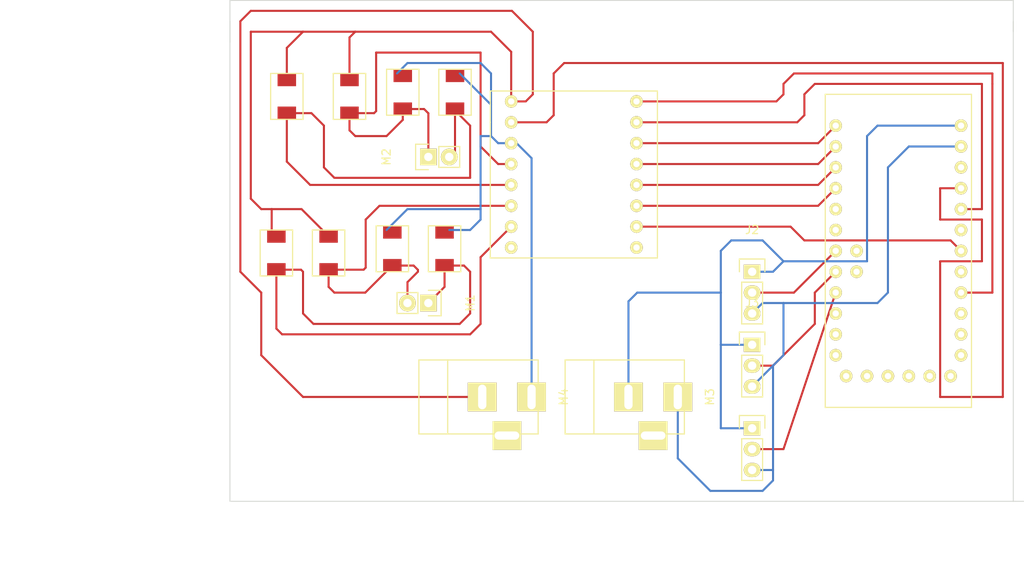
<source format=kicad_pcb>
(kicad_pcb (version 4) (host pcbnew 4.0.2-stable)

  (general
    (links 42)
    (no_connects 5)
    (area 116.789999 96.469999 213.410001 154.990001)
    (thickness 1.6)
    (drawings 12)
    (tracks 195)
    (zones 0)
    (modules 17)
    (nets 40)
  )

  (page A4)
  (layers
    (0 F.Cu signal)
    (31 B.Cu signal)
    (32 B.Adhes user)
    (33 F.Adhes user)
    (34 B.Paste user)
    (35 F.Paste user)
    (36 B.SilkS user)
    (37 F.SilkS user)
    (38 B.Mask user)
    (39 F.Mask user)
    (40 Dwgs.User user)
    (41 Cmts.User user)
    (42 Eco1.User user)
    (43 Eco2.User user)
    (44 Edge.Cuts user)
    (45 Margin user)
    (46 B.CrtYd user)
    (47 F.CrtYd user)
    (48 B.Fab user)
    (49 F.Fab user)
  )

  (setup
    (last_trace_width 0.25)
    (trace_clearance 0.2)
    (zone_clearance 0.508)
    (zone_45_only no)
    (trace_min 0.2)
    (segment_width 0.2)
    (edge_width 0.1)
    (via_size 0.6)
    (via_drill 0.4)
    (via_min_size 0.4)
    (via_min_drill 0.3)
    (uvia_size 0.3)
    (uvia_drill 0.1)
    (uvias_allowed no)
    (uvia_min_size 0.2)
    (uvia_min_drill 0.1)
    (pcb_text_width 0.3)
    (pcb_text_size 1.5 1.5)
    (mod_edge_width 0.15)
    (mod_text_size 1 1)
    (mod_text_width 0.15)
    (pad_size 1.5 1.5)
    (pad_drill 0.6)
    (pad_to_mask_clearance 0)
    (aux_axis_origin 0 0)
    (visible_elements 7FFFFFFF)
    (pcbplotparams
      (layerselection 0x00030_80000001)
      (usegerberextensions false)
      (excludeedgelayer true)
      (linewidth 0.100000)
      (plotframeref false)
      (viasonmask false)
      (mode 1)
      (useauxorigin false)
      (hpglpennumber 1)
      (hpglpenspeed 20)
      (hpglpendiameter 15)
      (hpglpenoverlay 2)
      (psnegative false)
      (psa4output false)
      (plotreference true)
      (plotvalue true)
      (plotinvisibletext false)
      (padsonsilk false)
      (subtractmaskfromsilk false)
      (outputformat 1)
      (mirror false)
      (drillshape 1)
      (scaleselection 1)
      (outputdirectory ""))
  )

  (net 0 "")
  (net 1 +3V3)
  (net 2 /B01_W)
  (net 3 GND)
  (net 4 /B02_W)
  (net 5 /A01_W)
  (net 6 /A02_W)
  (net 7 /AIN1_W)
  (net 8 /STBY_W)
  (net 9 /BIN1_W)
  (net 10 /BIN2_W)
  (net 11 "Net-(J1-Pad13)")
  (net 12 "Net-(J1-Pad19)")
  (net 13 /DIST_SIGNAL)
  (net 14 /LEFT_SIGNAL)
  (net 15 /RIGHT_SIGNAL)
  (net 16 "Net-(J1-Pad23)")
  (net 17 "Net-(J1-Pad24)")
  (net 18 "Net-(J1-Pad25)")
  (net 19 "Net-(J1-Pad26)")
  (net 20 "Net-(J1-Pad27)")
  (net 21 +6V)
  (net 22 "Net-(J1-Pad15)")
  (net 23 /V_LOGIC)
  (net 24 /AIN2_W)
  (net 25 "Net-(J1-Pad6)")
  (net 26 /PWMB_W)
  (net 27 "Net-(J1-Pad4)")
  (net 28 /PWMA_W)
  (net 29 "Net-(J1-Pad35)")
  (net 30 "Net-(J1-Pad34)")
  (net 31 "Net-(J1-Pad1)")
  (net 32 "Net-(J1-Pad33)")
  (net 33 "Net-(J1-Pad32)")
  (net 34 "Net-(J1-Pad31)")
  (net 35 "Net-(J1-Pad30)")
  (net 36 "Net-(J1-Pad29)")
  (net 37 "Net-(J1-Pad28)")
  (net 38 "Net-(U1-Pad8)")
  (net 39 "Net-(U1-Pad16)")

  (net_class Default "This is the default net class."
    (clearance 0.2)
    (trace_width 0.25)
    (via_dia 0.6)
    (via_drill 0.4)
    (uvia_dia 0.3)
    (uvia_drill 0.1)
    (add_net +3V3)
    (add_net +6V)
    (add_net /A01_W)
    (add_net /A02_W)
    (add_net /AIN1_W)
    (add_net /AIN2_W)
    (add_net /B01_W)
    (add_net /B02_W)
    (add_net /BIN1_W)
    (add_net /BIN2_W)
    (add_net /DIST_SIGNAL)
    (add_net /LEFT_SIGNAL)
    (add_net /PWMA_W)
    (add_net /PWMB_W)
    (add_net /RIGHT_SIGNAL)
    (add_net /STBY_W)
    (add_net /V_LOGIC)
    (add_net GND)
    (add_net "Net-(J1-Pad1)")
    (add_net "Net-(J1-Pad13)")
    (add_net "Net-(J1-Pad15)")
    (add_net "Net-(J1-Pad19)")
    (add_net "Net-(J1-Pad23)")
    (add_net "Net-(J1-Pad24)")
    (add_net "Net-(J1-Pad25)")
    (add_net "Net-(J1-Pad26)")
    (add_net "Net-(J1-Pad27)")
    (add_net "Net-(J1-Pad28)")
    (add_net "Net-(J1-Pad29)")
    (add_net "Net-(J1-Pad30)")
    (add_net "Net-(J1-Pad31)")
    (add_net "Net-(J1-Pad32)")
    (add_net "Net-(J1-Pad33)")
    (add_net "Net-(J1-Pad34)")
    (add_net "Net-(J1-Pad35)")
    (add_net "Net-(J1-Pad4)")
    (add_net "Net-(J1-Pad6)")
    (add_net "Net-(U1-Pad16)")
    (add_net "Net-(U1-Pad8)")
  )

  (module ArduinoFootprints:S1BB_rectifier_diode (layer F.Cu) (tedit 57882112) (tstamp 578828EF)
    (at 124.46 121.92 270)
    (path /5781B30D)
    (fp_text reference D1 (at 2.54 5.58 270) (layer F.SilkS) hide
      (effects (font (size 1 1) (thickness 0.15)))
    )
    (fp_text value D_Small (at 3.81 -1.77 270) (layer F.Fab)
      (effects (font (size 1 1) (thickness 0.15)))
    )
    (fp_line (start 0 0) (end 5.59 0) (layer F.SilkS) (width 0.15))
    (fp_line (start 5.59 0) (end 5.59 3.94) (layer F.SilkS) (width 0.15))
    (fp_line (start 5.59 3.94) (end 0 3.94) (layer F.SilkS) (width 0.15))
    (fp_line (start 0 3.94) (end 0 0) (layer F.SilkS) (width 0.15))
    (pad 1 smd rect (at 0.75 1.97 270) (size 1.6 2.25) (layers F.Cu F.Paste F.Mask)
      (net 1 +3V3))
    (pad 2 smd rect (at 4.83 1.97 270) (size 1.6 2.25) (layers F.Cu F.Paste F.Mask)
      (net 2 /B01_W))
  )

  (module ArduinoFootprints:S1BB_rectifier_diode (layer F.Cu) (tedit 57882112) (tstamp 578828F9)
    (at 140.97 127 90)
    (path /5781B3C5)
    (fp_text reference D2 (at 2.54 5.58 90) (layer F.SilkS) hide
      (effects (font (size 1 1) (thickness 0.15)))
    )
    (fp_text value D_Small (at 3.81 -1.77 90) (layer F.Fab)
      (effects (font (size 1 1) (thickness 0.15)))
    )
    (fp_line (start 0 0) (end 5.59 0) (layer F.SilkS) (width 0.15))
    (fp_line (start 5.59 0) (end 5.59 3.94) (layer F.SilkS) (width 0.15))
    (fp_line (start 5.59 3.94) (end 0 3.94) (layer F.SilkS) (width 0.15))
    (fp_line (start 0 3.94) (end 0 0) (layer F.SilkS) (width 0.15))
    (pad 1 smd rect (at 0.75 1.97 90) (size 1.6 2.25) (layers F.Cu F.Paste F.Mask)
      (net 2 /B01_W))
    (pad 2 smd rect (at 4.83 1.97 90) (size 1.6 2.25) (layers F.Cu F.Paste F.Mask)
      (net 3 GND))
  )

  (module ArduinoFootprints:S1BB_rectifier_diode (layer F.Cu) (tedit 57882112) (tstamp 57882903)
    (at 130.81 121.92 270)
    (path /5781B35A)
    (fp_text reference D3 (at 2.54 5.58 270) (layer F.SilkS) hide
      (effects (font (size 1 1) (thickness 0.15)))
    )
    (fp_text value D_Small (at 3.81 -1.77 270) (layer F.Fab)
      (effects (font (size 1 1) (thickness 0.15)))
    )
    (fp_line (start 0 0) (end 5.59 0) (layer F.SilkS) (width 0.15))
    (fp_line (start 5.59 0) (end 5.59 3.94) (layer F.SilkS) (width 0.15))
    (fp_line (start 5.59 3.94) (end 0 3.94) (layer F.SilkS) (width 0.15))
    (fp_line (start 0 3.94) (end 0 0) (layer F.SilkS) (width 0.15))
    (pad 1 smd rect (at 0.75 1.97 270) (size 1.6 2.25) (layers F.Cu F.Paste F.Mask)
      (net 1 +3V3))
    (pad 2 smd rect (at 4.83 1.97 270) (size 1.6 2.25) (layers F.Cu F.Paste F.Mask)
      (net 4 /B02_W))
  )

  (module ArduinoFootprints:S1BB_rectifier_diode (layer F.Cu) (tedit 57882112) (tstamp 5788290D)
    (at 134.62 127 90)
    (path /5781B3EE)
    (fp_text reference D4 (at 2.54 5.58 90) (layer F.SilkS) hide
      (effects (font (size 1 1) (thickness 0.15)))
    )
    (fp_text value D_Small (at 3.81 -1.77 90) (layer F.Fab)
      (effects (font (size 1 1) (thickness 0.15)))
    )
    (fp_line (start 0 0) (end 5.59 0) (layer F.SilkS) (width 0.15))
    (fp_line (start 5.59 0) (end 5.59 3.94) (layer F.SilkS) (width 0.15))
    (fp_line (start 5.59 3.94) (end 0 3.94) (layer F.SilkS) (width 0.15))
    (fp_line (start 0 3.94) (end 0 0) (layer F.SilkS) (width 0.15))
    (pad 1 smd rect (at 0.75 1.97 90) (size 1.6 2.25) (layers F.Cu F.Paste F.Mask)
      (net 4 /B02_W))
    (pad 2 smd rect (at 4.83 1.97 90) (size 1.6 2.25) (layers F.Cu F.Paste F.Mask)
      (net 3 GND))
  )

  (module ArduinoFootprints:S1BB_rectifier_diode (layer F.Cu) (tedit 57882112) (tstamp 57882917)
    (at 133.35 102.87 270)
    (path /5781B43A)
    (fp_text reference D5 (at 2.54 5.58 270) (layer F.SilkS) hide
      (effects (font (size 1 1) (thickness 0.15)))
    )
    (fp_text value D_Small (at 3.81 -1.77 270) (layer F.Fab)
      (effects (font (size 1 1) (thickness 0.15)))
    )
    (fp_line (start 0 0) (end 5.59 0) (layer F.SilkS) (width 0.15))
    (fp_line (start 5.59 0) (end 5.59 3.94) (layer F.SilkS) (width 0.15))
    (fp_line (start 5.59 3.94) (end 0 3.94) (layer F.SilkS) (width 0.15))
    (fp_line (start 0 3.94) (end 0 0) (layer F.SilkS) (width 0.15))
    (pad 1 smd rect (at 0.75 1.97 270) (size 1.6 2.25) (layers F.Cu F.Paste F.Mask)
      (net 1 +3V3))
    (pad 2 smd rect (at 4.83 1.97 270) (size 1.6 2.25) (layers F.Cu F.Paste F.Mask)
      (net 5 /A01_W))
  )

  (module ArduinoFootprints:S1BB_rectifier_diode (layer F.Cu) (tedit 57882112) (tstamp 57882921)
    (at 135.89 107.95 90)
    (path /5781B482)
    (fp_text reference D6 (at 2.54 5.58 90) (layer F.SilkS) hide
      (effects (font (size 1 1) (thickness 0.15)))
    )
    (fp_text value D_Small (at 3.81 -1.77 90) (layer F.Fab)
      (effects (font (size 1 1) (thickness 0.15)))
    )
    (fp_line (start 0 0) (end 5.59 0) (layer F.SilkS) (width 0.15))
    (fp_line (start 5.59 0) (end 5.59 3.94) (layer F.SilkS) (width 0.15))
    (fp_line (start 5.59 3.94) (end 0 3.94) (layer F.SilkS) (width 0.15))
    (fp_line (start 0 3.94) (end 0 0) (layer F.SilkS) (width 0.15))
    (pad 1 smd rect (at 0.75 1.97 90) (size 1.6 2.25) (layers F.Cu F.Paste F.Mask)
      (net 5 /A01_W))
    (pad 2 smd rect (at 4.83 1.97 90) (size 1.6 2.25) (layers F.Cu F.Paste F.Mask)
      (net 3 GND))
  )

  (module ArduinoFootprints:S1BB_rectifier_diode (layer F.Cu) (tedit 57882112) (tstamp 5788292B)
    (at 125.73 102.87 270)
    (path /5781B419)
    (fp_text reference D7 (at 2.54 5.58 270) (layer F.SilkS) hide
      (effects (font (size 1 1) (thickness 0.15)))
    )
    (fp_text value D_Small (at 3.81 -1.77 270) (layer F.Fab)
      (effects (font (size 1 1) (thickness 0.15)))
    )
    (fp_line (start 0 0) (end 5.59 0) (layer F.SilkS) (width 0.15))
    (fp_line (start 5.59 0) (end 5.59 3.94) (layer F.SilkS) (width 0.15))
    (fp_line (start 5.59 3.94) (end 0 3.94) (layer F.SilkS) (width 0.15))
    (fp_line (start 0 3.94) (end 0 0) (layer F.SilkS) (width 0.15))
    (pad 1 smd rect (at 0.75 1.97 270) (size 1.6 2.25) (layers F.Cu F.Paste F.Mask)
      (net 1 +3V3))
    (pad 2 smd rect (at 4.83 1.97 270) (size 1.6 2.25) (layers F.Cu F.Paste F.Mask)
      (net 6 /A02_W))
  )

  (module ArduinoFootprints:S1BB_rectifier_diode (layer F.Cu) (tedit 57882112) (tstamp 57882935)
    (at 142.24 107.95 90)
    (path /5781B45D)
    (fp_text reference D8 (at 2.54 5.58 90) (layer F.SilkS) hide
      (effects (font (size 1 1) (thickness 0.15)))
    )
    (fp_text value D_Small (at 3.81 -1.77 90) (layer F.Fab)
      (effects (font (size 1 1) (thickness 0.15)))
    )
    (fp_line (start 0 0) (end 5.59 0) (layer F.SilkS) (width 0.15))
    (fp_line (start 5.59 0) (end 5.59 3.94) (layer F.SilkS) (width 0.15))
    (fp_line (start 5.59 3.94) (end 0 3.94) (layer F.SilkS) (width 0.15))
    (fp_line (start 0 3.94) (end 0 0) (layer F.SilkS) (width 0.15))
    (pad 1 smd rect (at 0.75 1.97 90) (size 1.6 2.25) (layers F.Cu F.Paste F.Mask)
      (net 6 /A02_W))
    (pad 2 smd rect (at 4.83 1.97 90) (size 1.6 2.25) (layers F.Cu F.Paste F.Mask)
      (net 3 GND))
  )

  (module ArduinoFootprints:Trinket_Pro_5V (layer F.Cu) (tedit 57827F52) (tstamp 5788295D)
    (at 189.23 105.41)
    (path /578280CB)
    (fp_text reference J1 (at 7.62 -2.04) (layer F.SilkS) hide
      (effects (font (size 1 1) (thickness 0.15)))
    )
    (fp_text value Trinket_Pro_5V (at 6.35 -3.81) (layer F.Fab)
      (effects (font (size 1 1) (thickness 0.15)))
    )
    (fp_line (start 0 0) (end 17.78 0) (layer F.SilkS) (width 0.15))
    (fp_line (start 17.78 0) (end 17.78 38.1) (layer F.SilkS) (width 0.15))
    (fp_line (start 17.78 38.1) (end 0 38.1) (layer F.SilkS) (width 0.15))
    (fp_line (start 0 38.1) (end 0 0) (layer F.SilkS) (width 0.15))
    (pad 9 thru_hole circle (at 1.27 3.81) (size 1.524 1.524) (drill 0.762) (layers *.Cu *.Mask F.SilkS)
      (net 7 /AIN1_W))
    (pad 10 thru_hole circle (at 1.27 6.35) (size 1.524 1.524) (drill 0.762) (layers *.Cu *.Mask F.SilkS)
      (net 8 /STBY_W))
    (pad 11 thru_hole circle (at 1.27 8.89) (size 1.524 1.524) (drill 0.762) (layers *.Cu *.Mask F.SilkS)
      (net 9 /BIN1_W))
    (pad 12 thru_hole circle (at 1.27 11.43) (size 1.524 1.524) (drill 0.762) (layers *.Cu *.Mask F.SilkS)
      (net 10 /BIN2_W))
    (pad 13 thru_hole circle (at 1.27 13.97) (size 1.524 1.524) (drill 0.762) (layers *.Cu *.Mask F.SilkS)
      (net 11 "Net-(J1-Pad13)"))
    (pad 19 thru_hole circle (at 1.27 16.51) (size 1.524 1.524) (drill 0.762) (layers *.Cu *.Mask F.SilkS)
      (net 12 "Net-(J1-Pad19)"))
    (pad 20 thru_hole circle (at 1.27 19.05) (size 1.524 1.524) (drill 0.762) (layers *.Cu *.Mask F.SilkS)
      (net 13 /DIST_SIGNAL))
    (pad 21 thru_hole circle (at 1.27 21.59) (size 1.524 1.524) (drill 0.762) (layers *.Cu *.Mask F.SilkS)
      (net 14 /LEFT_SIGNAL))
    (pad 22 thru_hole circle (at 1.27 24.13) (size 1.524 1.524) (drill 0.762) (layers *.Cu *.Mask F.SilkS)
      (net 15 /RIGHT_SIGNAL))
    (pad 23 thru_hole circle (at 1.27 26.67) (size 1.524 1.524) (drill 0.762) (layers *.Cu *.Mask F.SilkS)
      (net 16 "Net-(J1-Pad23)"))
    (pad 24 thru_hole circle (at 1.27 29.21) (size 1.524 1.524) (drill 0.762) (layers *.Cu *.Mask F.SilkS)
      (net 17 "Net-(J1-Pad24)"))
    (pad 25 thru_hole circle (at 1.27 31.75) (size 1.524 1.524) (drill 0.762) (layers *.Cu *.Mask F.SilkS)
      (net 18 "Net-(J1-Pad25)"))
    (pad 26 thru_hole circle (at 3.81 19.05) (size 1.524 1.524) (drill 0.762) (layers *.Cu *.Mask F.SilkS)
      (net 19 "Net-(J1-Pad26)"))
    (pad 27 thru_hole circle (at 3.81 21.59) (size 1.524 1.524) (drill 0.762) (layers *.Cu *.Mask F.SilkS)
      (net 20 "Net-(J1-Pad27)"))
    (pad 17 thru_hole circle (at 16.51 3.81) (size 1.524 1.524) (drill 0.762) (layers *.Cu *.Mask F.SilkS)
      (net 21 +6V))
    (pad 16 thru_hole circle (at 16.51 6.35) (size 1.524 1.524) (drill 0.762) (layers *.Cu *.Mask F.SilkS)
      (net 3 GND))
    (pad 15 thru_hole circle (at 16.51 8.89) (size 1.524 1.524) (drill 0.762) (layers *.Cu *.Mask F.SilkS)
      (net 22 "Net-(J1-Pad15)"))
    (pad 14 thru_hole circle (at 16.51 11.43) (size 1.524 1.524) (drill 0.762) (layers *.Cu *.Mask F.SilkS)
      (net 23 /V_LOGIC))
    (pad 8 thru_hole circle (at 16.51 13.97) (size 1.524 1.524) (drill 0.762) (layers *.Cu *.Mask F.SilkS)
      (net 24 /AIN2_W))
    (pad 6 thru_hole circle (at 16.51 16.51) (size 1.524 1.524) (drill 0.762) (layers *.Cu *.Mask F.SilkS)
      (net 25 "Net-(J1-Pad6)"))
    (pad 5 thru_hole circle (at 16.51 19.05) (size 1.524 1.524) (drill 0.762) (layers *.Cu *.Mask F.SilkS)
      (net 26 /PWMB_W))
    (pad 4 thru_hole circle (at 16.51 21.59) (size 1.524 1.524) (drill 0.762) (layers *.Cu *.Mask F.SilkS)
      (net 27 "Net-(J1-Pad4)"))
    (pad 3 thru_hole circle (at 16.51 24.13) (size 1.524 1.524) (drill 0.762) (layers *.Cu *.Mask F.SilkS)
      (net 28 /PWMA_W))
    (pad 35 thru_hole circle (at 16.51 26.67) (size 1.524 1.524) (drill 0.762) (layers *.Cu *.Mask F.SilkS)
      (net 29 "Net-(J1-Pad35)"))
    (pad 34 thru_hole circle (at 16.51 29.21) (size 1.524 1.524) (drill 0.762) (layers *.Cu *.Mask F.SilkS)
      (net 30 "Net-(J1-Pad34)"))
    (pad 1 thru_hole circle (at 16.51 31.75) (size 1.524 1.524) (drill 0.762) (layers *.Cu *.Mask F.SilkS)
      (net 31 "Net-(J1-Pad1)"))
    (pad 33 thru_hole circle (at 15.24 34.29) (size 1.524 1.524) (drill 0.762) (layers *.Cu *.Mask F.SilkS)
      (net 32 "Net-(J1-Pad33)"))
    (pad 32 thru_hole circle (at 12.7 34.29) (size 1.524 1.524) (drill 0.762) (layers *.Cu *.Mask F.SilkS)
      (net 33 "Net-(J1-Pad32)"))
    (pad 31 thru_hole circle (at 10.16 34.29) (size 1.524 1.524) (drill 0.762) (layers *.Cu *.Mask F.SilkS)
      (net 34 "Net-(J1-Pad31)"))
    (pad 30 thru_hole circle (at 7.62 34.29) (size 1.524 1.524) (drill 0.762) (layers *.Cu *.Mask F.SilkS)
      (net 35 "Net-(J1-Pad30)"))
    (pad 29 thru_hole circle (at 5.08 34.29) (size 1.524 1.524) (drill 0.762) (layers *.Cu *.Mask F.SilkS)
      (net 36 "Net-(J1-Pad29)"))
    (pad 28 thru_hole circle (at 2.54 34.29) (size 1.524 1.524) (drill 0.762) (layers *.Cu *.Mask F.SilkS)
      (net 37 "Net-(J1-Pad28)"))
  )

  (module Pin_Headers:Pin_Header_Straight_1x03 (layer F.Cu) (tedit 0) (tstamp 57882964)
    (at 180.34 127)
    (descr "Through hole pin header")
    (tags "pin header")
    (path /57829615)
    (fp_text reference J2 (at 0 -5.1) (layer F.SilkS)
      (effects (font (size 1 1) (thickness 0.15)))
    )
    (fp_text value SENSOR_CONN (at 0 -3.1) (layer F.Fab)
      (effects (font (size 1 1) (thickness 0.15)))
    )
    (fp_line (start -1.75 -1.75) (end -1.75 6.85) (layer F.CrtYd) (width 0.05))
    (fp_line (start 1.75 -1.75) (end 1.75 6.85) (layer F.CrtYd) (width 0.05))
    (fp_line (start -1.75 -1.75) (end 1.75 -1.75) (layer F.CrtYd) (width 0.05))
    (fp_line (start -1.75 6.85) (end 1.75 6.85) (layer F.CrtYd) (width 0.05))
    (fp_line (start -1.27 1.27) (end -1.27 6.35) (layer F.SilkS) (width 0.15))
    (fp_line (start -1.27 6.35) (end 1.27 6.35) (layer F.SilkS) (width 0.15))
    (fp_line (start 1.27 6.35) (end 1.27 1.27) (layer F.SilkS) (width 0.15))
    (fp_line (start 1.55 -1.55) (end 1.55 0) (layer F.SilkS) (width 0.15))
    (fp_line (start 1.27 1.27) (end -1.27 1.27) (layer F.SilkS) (width 0.15))
    (fp_line (start -1.55 0) (end -1.55 -1.55) (layer F.SilkS) (width 0.15))
    (fp_line (start -1.55 -1.55) (end 1.55 -1.55) (layer F.SilkS) (width 0.15))
    (pad 1 thru_hole rect (at 0 0) (size 2.032 1.7272) (drill 1.016) (layers *.Cu *.Mask F.SilkS)
      (net 21 +6V))
    (pad 2 thru_hole oval (at 0 2.54) (size 2.032 1.7272) (drill 1.016) (layers *.Cu *.Mask F.SilkS)
      (net 13 /DIST_SIGNAL))
    (pad 3 thru_hole oval (at 0 5.08) (size 2.032 1.7272) (drill 1.016) (layers *.Cu *.Mask F.SilkS)
      (net 3 GND))
    (model Pin_Headers.3dshapes/Pin_Header_Straight_1x03.wrl
      (at (xyz 0 -0.1 0))
      (scale (xyz 1 1 1))
      (rotate (xyz 0 0 90))
    )
  )

  (module Pin_Headers:Pin_Header_Straight_1x03 (layer F.Cu) (tedit 0) (tstamp 5788296B)
    (at 180.34 135.89)
    (descr "Through hole pin header")
    (tags "pin header")
    (path /57829670)
    (fp_text reference J3 (at 0 -5.1) (layer F.SilkS)
      (effects (font (size 1 1) (thickness 0.15)))
    )
    (fp_text value SENSOR_CONN (at 0 -3.1) (layer F.Fab)
      (effects (font (size 1 1) (thickness 0.15)))
    )
    (fp_line (start -1.75 -1.75) (end -1.75 6.85) (layer F.CrtYd) (width 0.05))
    (fp_line (start 1.75 -1.75) (end 1.75 6.85) (layer F.CrtYd) (width 0.05))
    (fp_line (start -1.75 -1.75) (end 1.75 -1.75) (layer F.CrtYd) (width 0.05))
    (fp_line (start -1.75 6.85) (end 1.75 6.85) (layer F.CrtYd) (width 0.05))
    (fp_line (start -1.27 1.27) (end -1.27 6.35) (layer F.SilkS) (width 0.15))
    (fp_line (start -1.27 6.35) (end 1.27 6.35) (layer F.SilkS) (width 0.15))
    (fp_line (start 1.27 6.35) (end 1.27 1.27) (layer F.SilkS) (width 0.15))
    (fp_line (start 1.55 -1.55) (end 1.55 0) (layer F.SilkS) (width 0.15))
    (fp_line (start 1.27 1.27) (end -1.27 1.27) (layer F.SilkS) (width 0.15))
    (fp_line (start -1.55 0) (end -1.55 -1.55) (layer F.SilkS) (width 0.15))
    (fp_line (start -1.55 -1.55) (end 1.55 -1.55) (layer F.SilkS) (width 0.15))
    (pad 1 thru_hole rect (at 0 0) (size 2.032 1.7272) (drill 1.016) (layers *.Cu *.Mask F.SilkS)
      (net 21 +6V))
    (pad 2 thru_hole oval (at 0 2.54) (size 2.032 1.7272) (drill 1.016) (layers *.Cu *.Mask F.SilkS)
      (net 14 /LEFT_SIGNAL))
    (pad 3 thru_hole oval (at 0 5.08) (size 2.032 1.7272) (drill 1.016) (layers *.Cu *.Mask F.SilkS)
      (net 3 GND))
    (model Pin_Headers.3dshapes/Pin_Header_Straight_1x03.wrl
      (at (xyz 0 -0.1 0))
      (scale (xyz 1 1 1))
      (rotate (xyz 0 0 90))
    )
  )

  (module Pin_Headers:Pin_Header_Straight_1x03 (layer F.Cu) (tedit 0) (tstamp 57882972)
    (at 180.34 146.05)
    (descr "Through hole pin header")
    (tags "pin header")
    (path /578296DD)
    (fp_text reference J4 (at 0 -5.1) (layer F.SilkS)
      (effects (font (size 1 1) (thickness 0.15)))
    )
    (fp_text value SENSOR_CONN (at 0 -3.1) (layer F.Fab)
      (effects (font (size 1 1) (thickness 0.15)))
    )
    (fp_line (start -1.75 -1.75) (end -1.75 6.85) (layer F.CrtYd) (width 0.05))
    (fp_line (start 1.75 -1.75) (end 1.75 6.85) (layer F.CrtYd) (width 0.05))
    (fp_line (start -1.75 -1.75) (end 1.75 -1.75) (layer F.CrtYd) (width 0.05))
    (fp_line (start -1.75 6.85) (end 1.75 6.85) (layer F.CrtYd) (width 0.05))
    (fp_line (start -1.27 1.27) (end -1.27 6.35) (layer F.SilkS) (width 0.15))
    (fp_line (start -1.27 6.35) (end 1.27 6.35) (layer F.SilkS) (width 0.15))
    (fp_line (start 1.27 6.35) (end 1.27 1.27) (layer F.SilkS) (width 0.15))
    (fp_line (start 1.55 -1.55) (end 1.55 0) (layer F.SilkS) (width 0.15))
    (fp_line (start 1.27 1.27) (end -1.27 1.27) (layer F.SilkS) (width 0.15))
    (fp_line (start -1.55 0) (end -1.55 -1.55) (layer F.SilkS) (width 0.15))
    (fp_line (start -1.55 -1.55) (end 1.55 -1.55) (layer F.SilkS) (width 0.15))
    (pad 1 thru_hole rect (at 0 0) (size 2.032 1.7272) (drill 1.016) (layers *.Cu *.Mask F.SilkS)
      (net 21 +6V))
    (pad 2 thru_hole oval (at 0 2.54) (size 2.032 1.7272) (drill 1.016) (layers *.Cu *.Mask F.SilkS)
      (net 15 /RIGHT_SIGNAL))
    (pad 3 thru_hole oval (at 0 5.08) (size 2.032 1.7272) (drill 1.016) (layers *.Cu *.Mask F.SilkS)
      (net 3 GND))
    (model Pin_Headers.3dshapes/Pin_Header_Straight_1x03.wrl
      (at (xyz 0 -0.1 0))
      (scale (xyz 1 1 1))
      (rotate (xyz 0 0 90))
    )
  )

  (module Pin_Headers:Pin_Header_Straight_1x02 (layer F.Cu) (tedit 54EA090C) (tstamp 57882978)
    (at 140.97 130.81 270)
    (descr "Through hole pin header")
    (tags "pin header")
    (path /5782A5EB)
    (fp_text reference M1 (at 0 -5.1 270) (layer F.SilkS)
      (effects (font (size 1 1) (thickness 0.15)))
    )
    (fp_text value Motor_Connection (at 0 -3.1 270) (layer F.Fab)
      (effects (font (size 1 1) (thickness 0.15)))
    )
    (fp_line (start 1.27 1.27) (end 1.27 3.81) (layer F.SilkS) (width 0.15))
    (fp_line (start 1.55 -1.55) (end 1.55 0) (layer F.SilkS) (width 0.15))
    (fp_line (start -1.75 -1.75) (end -1.75 4.3) (layer F.CrtYd) (width 0.05))
    (fp_line (start 1.75 -1.75) (end 1.75 4.3) (layer F.CrtYd) (width 0.05))
    (fp_line (start -1.75 -1.75) (end 1.75 -1.75) (layer F.CrtYd) (width 0.05))
    (fp_line (start -1.75 4.3) (end 1.75 4.3) (layer F.CrtYd) (width 0.05))
    (fp_line (start 1.27 1.27) (end -1.27 1.27) (layer F.SilkS) (width 0.15))
    (fp_line (start -1.55 0) (end -1.55 -1.55) (layer F.SilkS) (width 0.15))
    (fp_line (start -1.55 -1.55) (end 1.55 -1.55) (layer F.SilkS) (width 0.15))
    (fp_line (start -1.27 1.27) (end -1.27 3.81) (layer F.SilkS) (width 0.15))
    (fp_line (start -1.27 3.81) (end 1.27 3.81) (layer F.SilkS) (width 0.15))
    (pad 1 thru_hole rect (at 0 0 270) (size 2.032 2.032) (drill 1.016) (layers *.Cu *.Mask F.SilkS)
      (net 2 /B01_W))
    (pad 2 thru_hole oval (at 0 2.54 270) (size 2.032 2.032) (drill 1.016) (layers *.Cu *.Mask F.SilkS)
      (net 4 /B02_W))
    (model Pin_Headers.3dshapes/Pin_Header_Straight_1x02.wrl
      (at (xyz 0 -0.05 0))
      (scale (xyz 1 1 1))
      (rotate (xyz 0 0 90))
    )
  )

  (module Pin_Headers:Pin_Header_Straight_1x02 (layer F.Cu) (tedit 54EA090C) (tstamp 5788297E)
    (at 140.97 113.03 90)
    (descr "Through hole pin header")
    (tags "pin header")
    (path /5782A682)
    (fp_text reference M2 (at 0 -5.1 90) (layer F.SilkS)
      (effects (font (size 1 1) (thickness 0.15)))
    )
    (fp_text value Motor_Connection (at 0 -3.1 90) (layer F.Fab)
      (effects (font (size 1 1) (thickness 0.15)))
    )
    (fp_line (start 1.27 1.27) (end 1.27 3.81) (layer F.SilkS) (width 0.15))
    (fp_line (start 1.55 -1.55) (end 1.55 0) (layer F.SilkS) (width 0.15))
    (fp_line (start -1.75 -1.75) (end -1.75 4.3) (layer F.CrtYd) (width 0.05))
    (fp_line (start 1.75 -1.75) (end 1.75 4.3) (layer F.CrtYd) (width 0.05))
    (fp_line (start -1.75 -1.75) (end 1.75 -1.75) (layer F.CrtYd) (width 0.05))
    (fp_line (start -1.75 4.3) (end 1.75 4.3) (layer F.CrtYd) (width 0.05))
    (fp_line (start 1.27 1.27) (end -1.27 1.27) (layer F.SilkS) (width 0.15))
    (fp_line (start -1.55 0) (end -1.55 -1.55) (layer F.SilkS) (width 0.15))
    (fp_line (start -1.55 -1.55) (end 1.55 -1.55) (layer F.SilkS) (width 0.15))
    (fp_line (start -1.27 1.27) (end -1.27 3.81) (layer F.SilkS) (width 0.15))
    (fp_line (start -1.27 3.81) (end 1.27 3.81) (layer F.SilkS) (width 0.15))
    (pad 1 thru_hole rect (at 0 0 90) (size 2.032 2.032) (drill 1.016) (layers *.Cu *.Mask F.SilkS)
      (net 5 /A01_W))
    (pad 2 thru_hole oval (at 0 2.54 90) (size 2.032 2.032) (drill 1.016) (layers *.Cu *.Mask F.SilkS)
      (net 6 /A02_W))
    (model Pin_Headers.3dshapes/Pin_Header_Straight_1x02.wrl
      (at (xyz 0 -0.05 0))
      (scale (xyz 1 1 1))
      (rotate (xyz 0 0 90))
    )
  )

  (module ArduinoFootprints:TB6612FNG_motor_driver (layer F.Cu) (tedit 57828584) (tstamp 57882998)
    (at 148.5011 105.0036)
    (path /5781B5DB)
    (fp_text reference U1 (at 0 -3.31) (layer F.SilkS) hide
      (effects (font (size 1 1) (thickness 0.15)))
    )
    (fp_text value TB6612FNG (at 0 -5.58) (layer F.Fab)
      (effects (font (size 1 1) (thickness 0.15)))
    )
    (fp_line (start 0 3.81) (end 0 0) (layer F.SilkS) (width 0.15))
    (fp_line (start 0 0) (end 20.32 0) (layer F.SilkS) (width 0.15))
    (fp_line (start 20.32 0) (end 20.32 3.81) (layer F.SilkS) (width 0.15))
    (fp_line (start 20.32 3.81) (end 20.32 20.32) (layer F.SilkS) (width 0.15))
    (fp_line (start 20.32 20.32) (end 0 20.32) (layer F.SilkS) (width 0.15))
    (fp_line (start 0 20.32) (end 0 3.81) (layer F.SilkS) (width 0.15))
    (pad 1 thru_hole circle (at 2.54 1.27) (size 1.524 1.524) (drill 0.762) (layers *.Cu *.Mask F.SilkS)
      (net 1 +3V3))
    (pad 2 thru_hole circle (at 2.54 3.81) (size 1.524 1.524) (drill 0.762) (layers *.Cu *.Mask F.SilkS)
      (net 23 /V_LOGIC))
    (pad 3 thru_hole circle (at 2.54 6.35) (size 1.524 1.524) (drill 0.762) (layers *.Cu *.Mask F.SilkS)
      (net 3 GND))
    (pad 4 thru_hole circle (at 2.54 8.89) (size 1.524 1.524) (drill 0.762) (layers *.Cu *.Mask F.SilkS)
      (net 5 /A01_W))
    (pad 5 thru_hole circle (at 2.54 11.43) (size 1.524 1.524) (drill 0.762) (layers *.Cu *.Mask F.SilkS)
      (net 6 /A02_W))
    (pad 6 thru_hole circle (at 2.54 13.97) (size 1.524 1.524) (drill 0.762) (layers *.Cu *.Mask F.SilkS)
      (net 4 /B02_W))
    (pad 7 thru_hole circle (at 2.54 16.51) (size 1.524 1.524) (drill 0.762) (layers *.Cu *.Mask F.SilkS)
      (net 2 /B01_W))
    (pad 8 thru_hole circle (at 2.54 19.05) (size 1.524 1.524) (drill 0.762) (layers *.Cu *.Mask F.SilkS)
      (net 38 "Net-(U1-Pad8)"))
    (pad 9 thru_hole circle (at 17.78 1.27) (size 1.524 1.524) (drill 0.762) (layers *.Cu *.Mask F.SilkS)
      (net 28 /PWMA_W))
    (pad 10 thru_hole circle (at 17.78 3.81) (size 1.524 1.524) (drill 0.762) (layers *.Cu *.Mask F.SilkS)
      (net 24 /AIN2_W))
    (pad 11 thru_hole circle (at 17.78 6.35) (size 1.524 1.524) (drill 0.762) (layers *.Cu *.Mask F.SilkS)
      (net 7 /AIN1_W))
    (pad 12 thru_hole circle (at 17.78 8.89) (size 1.524 1.524) (drill 0.762) (layers *.Cu *.Mask F.SilkS)
      (net 8 /STBY_W))
    (pad 13 thru_hole circle (at 17.78 11.43) (size 1.524 1.524) (drill 0.762) (layers *.Cu *.Mask F.SilkS)
      (net 9 /BIN1_W))
    (pad 14 thru_hole circle (at 17.78 13.97) (size 1.524 1.524) (drill 0.762) (layers *.Cu *.Mask F.SilkS)
      (net 10 /BIN2_W))
    (pad 15 thru_hole circle (at 17.78 16.51) (size 1.524 1.524) (drill 0.762) (layers *.Cu *.Mask F.SilkS)
      (net 26 /PWMB_W))
    (pad 16 thru_hole circle (at 17.78 19.05) (size 1.524 1.524) (drill 0.762) (layers *.Cu *.Mask F.SilkS)
      (net 39 "Net-(U1-Pad16)"))
  )

  (module Connect:BARREL_JACK (layer F.Cu) (tedit 0) (tstamp 57901E0E)
    (at 165.1 142.24)
    (descr "DC Barrel Jack")
    (tags "Power Jack")
    (path /579023DA)
    (fp_text reference M3 (at 10.09904 0 90) (layer F.SilkS)
      (effects (font (size 1 1) (thickness 0.15)))
    )
    (fp_text value Motor_Connection (at 0 -5.99948) (layer F.Fab)
      (effects (font (size 1 1) (thickness 0.15)))
    )
    (fp_line (start -4.0005 -4.50088) (end -4.0005 4.50088) (layer F.SilkS) (width 0.15))
    (fp_line (start -7.50062 -4.50088) (end -7.50062 4.50088) (layer F.SilkS) (width 0.15))
    (fp_line (start -7.50062 4.50088) (end 7.00024 4.50088) (layer F.SilkS) (width 0.15))
    (fp_line (start 7.00024 4.50088) (end 7.00024 -4.50088) (layer F.SilkS) (width 0.15))
    (fp_line (start 7.00024 -4.50088) (end -7.50062 -4.50088) (layer F.SilkS) (width 0.15))
    (pad 1 thru_hole rect (at 6.20014 0) (size 3.50012 3.50012) (drill oval 1.00076 2.99974) (layers *.Cu *.Mask F.SilkS)
      (net 3 GND))
    (pad 2 thru_hole rect (at 0.20066 0) (size 3.50012 3.50012) (drill oval 1.00076 2.99974) (layers *.Cu *.Mask F.SilkS)
      (net 21 +6V))
    (pad 3 thru_hole rect (at 3.2004 4.699) (size 3.50012 3.50012) (drill oval 2.99974 1.00076) (layers *.Cu *.Mask F.SilkS))
  )

  (module Connect:BARREL_JACK (layer F.Cu) (tedit 0) (tstamp 57901E15)
    (at 147.32 142.24)
    (descr "DC Barrel Jack")
    (tags "Power Jack")
    (path /5790242B)
    (fp_text reference M4 (at 10.09904 0 90) (layer F.SilkS)
      (effects (font (size 1 1) (thickness 0.15)))
    )
    (fp_text value Motor_Connection (at 0 -5.99948) (layer F.Fab)
      (effects (font (size 1 1) (thickness 0.15)))
    )
    (fp_line (start -4.0005 -4.50088) (end -4.0005 4.50088) (layer F.SilkS) (width 0.15))
    (fp_line (start -7.50062 -4.50088) (end -7.50062 4.50088) (layer F.SilkS) (width 0.15))
    (fp_line (start -7.50062 4.50088) (end 7.00024 4.50088) (layer F.SilkS) (width 0.15))
    (fp_line (start 7.00024 4.50088) (end 7.00024 -4.50088) (layer F.SilkS) (width 0.15))
    (fp_line (start 7.00024 -4.50088) (end -7.50062 -4.50088) (layer F.SilkS) (width 0.15))
    (pad 1 thru_hole rect (at 6.20014 0) (size 3.50012 3.50012) (drill oval 1.00076 2.99974) (layers *.Cu *.Mask F.SilkS)
      (net 3 GND))
    (pad 2 thru_hole rect (at 0.20066 0) (size 3.50012 3.50012) (drill oval 1.00076 2.99974) (layers *.Cu *.Mask F.SilkS)
      (net 1 +3V3))
    (pad 3 thru_hole rect (at 3.2004 4.699) (size 3.50012 3.50012) (drill oval 2.99974 1.00076) (layers *.Cu *.Mask F.SilkS))
  )

  (gr_line (start 212.09 93.98) (end 212.09 97.79) (angle 90) (layer Edge.Cuts) (width 0.1))
  (gr_line (start 116.84 93.98) (end 212.09 93.98) (angle 90) (layer Edge.Cuts) (width 0.1))
  (gr_line (start 116.84 96.52) (end 116.84 93.98) (angle 90) (layer Edge.Cuts) (width 0.1))
  (dimension 95.25 (width 0.3) (layer Cmts.User)
    (gr_text "3.7500 in" (at 164.465 158.829999) (layer Cmts.User)
      (effects (font (size 1.5 1.5) (thickness 0.3)))
    )
    (feature1 (pts (xy 212.09 154.94) (xy 212.09 160.179999)))
    (feature2 (pts (xy 116.84 154.94) (xy 116.84 160.179999)))
    (crossbar (pts (xy 116.84 157.479999) (xy 212.09 157.479999)))
    (arrow1a (pts (xy 212.09 157.479999) (xy 210.963496 158.06642)))
    (arrow1b (pts (xy 212.09 157.479999) (xy 210.963496 156.893578)))
    (arrow2a (pts (xy 116.84 157.479999) (xy 117.966504 158.06642)))
    (arrow2b (pts (xy 116.84 157.479999) (xy 117.966504 156.893578)))
  )
  (dimension 95.25 (width 0.3) (layer Cmts.User)
    (gr_text "95.250 mm" (at 164.465 163.91) (layer Cmts.User)
      (effects (font (size 1.5 1.5) (thickness 0.3)))
    )
    (feature1 (pts (xy 212.09 154.94) (xy 212.09 165.26)))
    (feature2 (pts (xy 116.84 154.94) (xy 116.84 165.26)))
    (crossbar (pts (xy 116.84 162.56) (xy 212.09 162.56)))
    (arrow1a (pts (xy 212.09 162.56) (xy 210.963496 163.146421)))
    (arrow1b (pts (xy 212.09 162.56) (xy 210.963496 161.973579)))
    (arrow2a (pts (xy 116.84 162.56) (xy 117.966504 163.146421)))
    (arrow2b (pts (xy 116.84 162.56) (xy 117.966504 161.973579)))
  )
  (gr_line (start 212.09 96.52) (end 212.09 154.94) (angle 90) (layer Edge.Cuts) (width 0.1))
  (gr_line (start 116.84 99.06) (end 116.84 96.52) (angle 90) (layer Edge.Cuts) (width 0.1))
  (gr_line (start 212.09 154.94) (end 213.36 154.94) (angle 90) (layer Edge.Cuts) (width 0.1))
  (gr_line (start 116.84 154.94) (end 212.09 154.94) (angle 90) (layer Edge.Cuts) (width 0.1))
  (dimension 58.42 (width 0.3) (layer Cmts.User)
    (gr_text "58.420 mm" (at 95.17 125.73 270) (layer Cmts.User)
      (effects (font (size 1.5 1.5) (thickness 0.3)))
    )
    (feature1 (pts (xy 116.84 154.94) (xy 93.82 154.94)))
    (feature2 (pts (xy 116.84 96.52) (xy 93.82 96.52)))
    (crossbar (pts (xy 96.52 96.52) (xy 96.52 154.94)))
    (arrow1a (pts (xy 96.52 154.94) (xy 95.933579 153.813496)))
    (arrow1b (pts (xy 96.52 154.94) (xy 97.106421 153.813496)))
    (arrow2a (pts (xy 96.52 96.52) (xy 95.933579 97.646504)))
    (arrow2b (pts (xy 96.52 96.52) (xy 97.106421 97.646504)))
  )
  (dimension 58.42 (width 0.3) (layer Cmts.User)
    (gr_text "2.3000 in" (at 102.79 125.73 90) (layer Cmts.User)
      (effects (font (size 1.5 1.5) (thickness 0.3)))
    )
    (feature1 (pts (xy 116.84 96.52) (xy 101.44 96.52)))
    (feature2 (pts (xy 116.84 154.94) (xy 101.44 154.94)))
    (crossbar (pts (xy 104.14 154.94) (xy 104.14 96.52)))
    (arrow1a (pts (xy 104.14 96.52) (xy 104.726421 97.646504)))
    (arrow1b (pts (xy 104.14 96.52) (xy 103.553579 97.646504)))
    (arrow2a (pts (xy 104.14 154.94) (xy 104.726421 153.813496)))
    (arrow2b (pts (xy 104.14 154.94) (xy 103.553579 153.813496)))
  )
  (gr_line (start 116.84 96.52) (end 116.84 154.94) (angle 90) (layer Edge.Cuts) (width 0.1))

  (segment (start 151.0411 106.2736) (end 152.8064 106.2736) (width 0.25) (layer F.Cu) (net 1) (status 400000))
  (segment (start 125.73 142.24) (end 147.52066 142.24) (width 0.25) (layer F.Cu) (net 1) (tstamp 57901EB1) (status 800000))
  (segment (start 120.65 137.16) (end 125.73 142.24) (width 0.25) (layer F.Cu) (net 1) (tstamp 57901EAF))
  (segment (start 120.65 129.54) (end 120.65 137.16) (width 0.25) (layer F.Cu) (net 1) (tstamp 57901EAA))
  (segment (start 118.11 127) (end 120.65 129.54) (width 0.25) (layer F.Cu) (net 1) (tstamp 57901EA9))
  (segment (start 118.11 96.52) (end 118.11 127) (width 0.25) (layer F.Cu) (net 1) (tstamp 57901EA8))
  (segment (start 119.38 95.25) (end 118.11 96.52) (width 0.25) (layer F.Cu) (net 1) (tstamp 57901EA7))
  (segment (start 151.13 95.25) (end 119.38 95.25) (width 0.25) (layer F.Cu) (net 1) (tstamp 57901EA5))
  (segment (start 153.67 97.79) (end 151.13 95.25) (width 0.25) (layer F.Cu) (net 1) (tstamp 57901EA2))
  (segment (start 153.67 105.41) (end 153.67 97.79) (width 0.25) (layer F.Cu) (net 1) (tstamp 57901EA0))
  (segment (start 152.8064 106.2736) (end 153.67 105.41) (width 0.25) (layer F.Cu) (net 1) (tstamp 57901E9F))
  (segment (start 121.92 119.38) (end 121.92 122.1) (width 0.25) (layer F.Cu) (net 1))
  (segment (start 121.92 122.1) (end 122.49 122.67) (width 0.25) (layer F.Cu) (net 1) (tstamp 578EBFB0))
  (segment (start 125.73 97.79) (end 119.38 97.79) (width 0.25) (layer F.Cu) (net 1))
  (segment (start 125.55 119.38) (end 128.84 122.67) (width 0.25) (layer F.Cu) (net 1) (tstamp 578EBFAA))
  (segment (start 120.65 119.38) (end 121.92 119.38) (width 0.25) (layer F.Cu) (net 1) (tstamp 578EBFA8))
  (segment (start 121.92 119.38) (end 125.55 119.38) (width 0.25) (layer F.Cu) (net 1) (tstamp 578EBFAE))
  (segment (start 119.38 118.11) (end 120.65 119.38) (width 0.25) (layer F.Cu) (net 1) (tstamp 578EBFA7))
  (segment (start 119.38 97.79) (end 119.38 118.11) (width 0.25) (layer F.Cu) (net 1) (tstamp 578EBFA5))
  (segment (start 132.08 97.79) (end 125.73 97.79) (width 0.25) (layer F.Cu) (net 1))
  (segment (start 123.76 99.76) (end 123.76 103.62) (width 0.25) (layer F.Cu) (net 1) (tstamp 578EBB85))
  (segment (start 125.73 97.79) (end 123.76 99.76) (width 0.25) (layer F.Cu) (net 1) (tstamp 578EBB83))
  (segment (start 131.38 103.62) (end 131.38 98.49) (width 0.25) (layer F.Cu) (net 1))
  (segment (start 151.0411 100.2411) (end 151.0411 106.2736) (width 0.25) (layer F.Cu) (net 1) (tstamp 578EBB7F))
  (segment (start 148.59 97.79) (end 151.0411 100.2411) (width 0.25) (layer F.Cu) (net 1) (tstamp 578EBB7C))
  (segment (start 132.08 97.79) (end 148.59 97.79) (width 0.25) (layer F.Cu) (net 1) (tstamp 578EBB7A))
  (segment (start 131.38 98.49) (end 132.08 97.79) (width 0.25) (layer F.Cu) (net 1) (tstamp 578EBB78))
  (segment (start 122.49 126.75) (end 122.49 133.92) (width 0.25) (layer F.Cu) (net 2))
  (segment (start 147.32 125.2347) (end 151.0411 121.5136) (width 0.25) (layer F.Cu) (net 2) (tstamp 578EC11F))
  (segment (start 147.32 133.35) (end 147.32 125.2347) (width 0.25) (layer F.Cu) (net 2) (tstamp 578EC11D))
  (segment (start 146.05 134.62) (end 147.32 133.35) (width 0.25) (layer F.Cu) (net 2) (tstamp 578EC11B))
  (segment (start 123.19 134.62) (end 146.05 134.62) (width 0.25) (layer F.Cu) (net 2) (tstamp 578EC11A))
  (segment (start 122.49 133.92) (end 123.19 134.62) (width 0.25) (layer F.Cu) (net 2) (tstamp 578EC119))
  (segment (start 142.94 126.25) (end 145.3 126.25) (width 0.25) (layer F.Cu) (net 2))
  (segment (start 125.48 126.75) (end 122.49 126.75) (width 0.25) (layer F.Cu) (net 2) (tstamp 578EC116))
  (segment (start 125.73 127) (end 125.48 126.75) (width 0.25) (layer F.Cu) (net 2) (tstamp 578EC115))
  (segment (start 125.73 132.08) (end 125.73 127) (width 0.25) (layer F.Cu) (net 2) (tstamp 578EC113))
  (segment (start 127 133.35) (end 125.73 132.08) (width 0.25) (layer F.Cu) (net 2) (tstamp 578EC111))
  (segment (start 144.78 133.35) (end 127 133.35) (width 0.25) (layer F.Cu) (net 2) (tstamp 578EC10C))
  (segment (start 146.05 132.08) (end 144.78 133.35) (width 0.25) (layer F.Cu) (net 2) (tstamp 578EC10A))
  (segment (start 146.05 127) (end 146.05 132.08) (width 0.25) (layer F.Cu) (net 2) (tstamp 578EC108))
  (segment (start 145.3 126.25) (end 146.05 127) (width 0.25) (layer F.Cu) (net 2) (tstamp 578EC107))
  (segment (start 142.94 126.25) (end 142.94 128.84) (width 0.25) (layer F.Cu) (net 2))
  (segment (start 142.94 128.84) (end 140.97 130.81) (width 0.25) (layer F.Cu) (net 2) (tstamp 578EBF8D))
  (segment (start 182.88 151.13) (end 182.88 152.4) (width 0.25) (layer B.Cu) (net 3))
  (segment (start 171.30014 149.71014) (end 171.30014 142.24) (width 0.25) (layer B.Cu) (net 3) (tstamp 57901E4A) (status 800000))
  (segment (start 175.26 153.67) (end 171.30014 149.71014) (width 0.25) (layer B.Cu) (net 3) (tstamp 57901E48))
  (segment (start 181.61 153.67) (end 175.26 153.67) (width 0.25) (layer B.Cu) (net 3) (tstamp 57901E46))
  (segment (start 182.88 152.4) (end 181.61 153.67) (width 0.25) (layer B.Cu) (net 3) (tstamp 57901E44))
  (segment (start 153.52014 142.24) (end 153.52014 113.17986) (width 0.25) (layer B.Cu) (net 3) (status 400000))
  (segment (start 153.52014 113.17986) (end 151.69388 111.3536) (width 0.25) (layer B.Cu) (net 3) (tstamp 57901E40) (status 800000))
  (segment (start 151.69388 111.3536) (end 151.0411 111.3536) (width 0.25) (layer B.Cu) (net 3) (tstamp 57901E41) (status C00000))
  (segment (start 182.88 138.43) (end 182.88 151.13) (width 0.25) (layer B.Cu) (net 3))
  (segment (start 182.88 151.13) (end 180.34 151.13) (width 0.25) (layer B.Cu) (net 3) (tstamp 5790170D))
  (segment (start 184.15 130.81) (end 184.15 137.16) (width 0.25) (layer B.Cu) (net 3))
  (segment (start 184.15 137.16) (end 182.88 138.43) (width 0.25) (layer B.Cu) (net 3) (tstamp 57901707))
  (segment (start 182.88 138.43) (end 180.34 140.97) (width 0.25) (layer B.Cu) (net 3) (tstamp 5790170B))
  (segment (start 205.74 111.76) (end 199.39 111.76) (width 0.25) (layer B.Cu) (net 3))
  (segment (start 181.61 130.81) (end 180.34 132.08) (width 0.25) (layer B.Cu) (net 3) (tstamp 57901701))
  (segment (start 195.58 130.81) (end 184.15 130.81) (width 0.25) (layer B.Cu) (net 3) (tstamp 579016FE))
  (segment (start 184.15 130.81) (end 181.61 130.81) (width 0.25) (layer B.Cu) (net 3) (tstamp 57901705))
  (segment (start 196.85 129.54) (end 195.58 130.81) (width 0.25) (layer B.Cu) (net 3) (tstamp 579016FC))
  (segment (start 196.85 114.3) (end 196.85 129.54) (width 0.25) (layer B.Cu) (net 3) (tstamp 579016FA))
  (segment (start 199.39 111.76) (end 196.85 114.3) (width 0.25) (layer B.Cu) (net 3) (tstamp 579016F3))
  (segment (start 147.32 119.38) (end 138.43 119.38) (width 0.25) (layer B.Cu) (net 3))
  (segment (start 138.43 119.38) (end 135.89 121.92) (width 0.25) (layer B.Cu) (net 3) (tstamp 579016D7))
  (segment (start 148.59 110.49) (end 147.32 110.49) (width 0.25) (layer B.Cu) (net 3))
  (segment (start 146.05 121.92) (end 143.51 121.92) (width 0.25) (layer B.Cu) (net 3) (tstamp 579016CE))
  (segment (start 147.32 120.65) (end 146.05 121.92) (width 0.25) (layer B.Cu) (net 3) (tstamp 579016CB))
  (segment (start 147.32 110.49) (end 147.32 119.38) (width 0.25) (layer B.Cu) (net 3) (tstamp 579016C8))
  (segment (start 147.32 119.38) (end 147.32 120.65) (width 0.25) (layer B.Cu) (net 3) (tstamp 579016D5))
  (segment (start 148.59 106.68) (end 148.59 102.87) (width 0.25) (layer B.Cu) (net 3))
  (segment (start 138.43 101.6) (end 137.16 102.87) (width 0.25) (layer B.Cu) (net 3) (tstamp 579016C4))
  (segment (start 147.32 101.6) (end 138.43 101.6) (width 0.25) (layer B.Cu) (net 3) (tstamp 579016C2))
  (segment (start 148.59 102.87) (end 147.32 101.6) (width 0.25) (layer B.Cu) (net 3) (tstamp 579016C0))
  (segment (start 151.0411 111.3536) (end 149.4536 111.3536) (width 0.25) (layer B.Cu) (net 3))
  (segment (start 148.59 106.68) (end 144.78 102.87) (width 0.25) (layer B.Cu) (net 3) (tstamp 579016BB))
  (segment (start 148.59 110.49) (end 148.59 106.68) (width 0.25) (layer B.Cu) (net 3) (tstamp 579016BA))
  (segment (start 149.4536 111.3536) (end 148.59 110.49) (width 0.25) (layer B.Cu) (net 3) (tstamp 579016B9))
  (segment (start 138.18 103.12) (end 137.86 103.12) (width 0.25) (layer F.Cu) (net 3) (tstamp 578C2A15) (status 30))
  (segment (start 128.84 126.75) (end 133.1 126.75) (width 0.25) (layer F.Cu) (net 4))
  (segment (start 135.0264 118.9736) (end 151.0411 118.9736) (width 0.25) (layer F.Cu) (net 4) (tstamp 578EC127))
  (segment (start 133.35 120.65) (end 135.0264 118.9736) (width 0.25) (layer F.Cu) (net 4) (tstamp 578EC125))
  (segment (start 133.35 126.5) (end 133.35 120.65) (width 0.25) (layer F.Cu) (net 4) (tstamp 578EC124))
  (segment (start 133.1 126.75) (end 133.35 126.5) (width 0.25) (layer F.Cu) (net 4) (tstamp 578EC123))
  (segment (start 128.84 126.75) (end 128.84 128.84) (width 0.25) (layer F.Cu) (net 4))
  (segment (start 133.3 129.54) (end 136.59 126.25) (width 0.25) (layer F.Cu) (net 4) (tstamp 578EBFA1))
  (segment (start 129.54 129.54) (end 133.3 129.54) (width 0.25) (layer F.Cu) (net 4) (tstamp 578EBFA0))
  (segment (start 128.84 128.84) (end 129.54 129.54) (width 0.25) (layer F.Cu) (net 4) (tstamp 578EBF9F))
  (segment (start 136.59 126.25) (end 139.18 126.25) (width 0.25) (layer F.Cu) (net 4))
  (segment (start 138.43 128.27) (end 138.43 130.81) (width 0.25) (layer F.Cu) (net 4) (tstamp 578EBF9B))
  (segment (start 139.7 127) (end 138.43 128.27) (width 0.25) (layer F.Cu) (net 4) (tstamp 578EBF9A))
  (segment (start 139.7 126.77) (end 139.7 127) (width 0.25) (layer F.Cu) (net 4) (tstamp 578EBF99))
  (segment (start 139.18 126.25) (end 139.7 126.77) (width 0.25) (layer F.Cu) (net 4) (tstamp 578EBF98))
  (segment (start 137.86 107.2) (end 140.45 107.2) (width 0.25) (layer F.Cu) (net 5))
  (segment (start 140.97 107.72) (end 140.97 113.03) (width 0.25) (layer F.Cu) (net 5) (tstamp 578EBB95))
  (segment (start 140.45 107.2) (end 140.97 107.72) (width 0.25) (layer F.Cu) (net 5) (tstamp 578EBB94))
  (segment (start 131.38 107.7) (end 131.38 109.79) (width 0.25) (layer F.Cu) (net 5))
  (segment (start 137.86 108.52) (end 137.86 107.2) (width 0.25) (layer F.Cu) (net 5) (tstamp 578EBB90))
  (segment (start 135.89 110.49) (end 137.86 108.52) (width 0.25) (layer F.Cu) (net 5) (tstamp 578EBB8E))
  (segment (start 132.08 110.49) (end 135.89 110.49) (width 0.25) (layer F.Cu) (net 5) (tstamp 578EBB8D))
  (segment (start 131.38 109.79) (end 132.08 110.49) (width 0.25) (layer F.Cu) (net 5) (tstamp 578EBB8B))
  (segment (start 131.38 107.7) (end 134.37 107.7) (width 0.25) (layer F.Cu) (net 5))
  (segment (start 149.4536 113.8936) (end 151.0411 113.8936) (width 0.25) (layer F.Cu) (net 5) (tstamp 578EBB72))
  (segment (start 147.32 111.76) (end 149.4536 113.8936) (width 0.25) (layer F.Cu) (net 5) (tstamp 578EBB6F))
  (segment (start 147.32 100.33) (end 147.32 111.76) (width 0.25) (layer F.Cu) (net 5) (tstamp 578EBB6C))
  (segment (start 134.62 100.33) (end 147.32 100.33) (width 0.25) (layer F.Cu) (net 5) (tstamp 578EBB6B))
  (segment (start 134.62 107.45) (end 134.62 100.33) (width 0.25) (layer F.Cu) (net 5) (tstamp 578EBB68))
  (segment (start 134.37 107.7) (end 134.62 107.45) (width 0.25) (layer F.Cu) (net 5) (tstamp 578EBB67))
  (segment (start 138.43 107.77) (end 137.86 107.2) (width 0.25) (layer F.Cu) (net 5) (tstamp 578EBAC7))
  (segment (start 137.36 107.7) (end 137.86 107.2) (width 0.25) (layer F.Cu) (net 5) (tstamp 578EBAC1))
  (segment (start 138.43 107.77) (end 137.86 107.2) (width 0.25) (layer F.Cu) (net 5) (tstamp 578EB96C) (status 30))
  (segment (start 141.54 112.46) (end 140.97 113.03) (width 0.25) (layer F.Cu) (net 5) (tstamp 578EB8D3) (status 30))
  (segment (start 141.54 112.33) (end 140.97 113.03) (width 0.25) (layer F.Cu) (net 5) (tstamp 578C2A3B) (status 30))
  (segment (start 137.36 107.7) (end 137.86 107.2) (width 0.25) (layer F.Cu) (net 5) (tstamp 578C2A30) (status 30))
  (segment (start 144.21 107.2) (end 144.21 112.33) (width 0.25) (layer F.Cu) (net 6))
  (segment (start 144.21 112.33) (end 143.51 113.03) (width 0.25) (layer F.Cu) (net 6) (tstamp 578EBBAB))
  (segment (start 123.76 107.7) (end 126.75 107.7) (width 0.25) (layer F.Cu) (net 6))
  (segment (start 146.05 109.22) (end 144.21 107.38) (width 0.25) (layer F.Cu) (net 6) (tstamp 578EBBA6))
  (segment (start 146.05 115.57) (end 146.05 109.22) (width 0.25) (layer F.Cu) (net 6) (tstamp 578EBBA5))
  (segment (start 129.54 115.57) (end 146.05 115.57) (width 0.25) (layer F.Cu) (net 6) (tstamp 578EBBA2))
  (segment (start 128.27 114.3) (end 129.54 115.57) (width 0.25) (layer F.Cu) (net 6) (tstamp 578EBBA0))
  (segment (start 128.27 109.22) (end 128.27 114.3) (width 0.25) (layer F.Cu) (net 6) (tstamp 578EBB9E))
  (segment (start 126.75 107.7) (end 128.27 109.22) (width 0.25) (layer F.Cu) (net 6) (tstamp 578EBB9D))
  (segment (start 144.21 107.38) (end 144.21 107.2) (width 0.25) (layer F.Cu) (net 6) (tstamp 578EBBA7))
  (segment (start 151.0411 116.4336) (end 126.5936 116.4336) (width 0.25) (layer F.Cu) (net 6))
  (segment (start 123.76 113.6) (end 123.76 107.7) (width 0.25) (layer F.Cu) (net 6) (tstamp 578EBAAB))
  (segment (start 126.5936 116.4336) (end 123.76 113.6) (width 0.25) (layer F.Cu) (net 6) (tstamp 578EBAA9))
  (segment (start 123.76 107.7) (end 124.21 107.7) (width 0.25) (layer F.Cu) (net 6) (status 30))
  (segment (start 144.78 107.77) (end 144.21 107.2) (width 0.25) (layer F.Cu) (net 6) (tstamp 578EB5C7) (status 30))
  (segment (start 166.2811 111.3536) (end 188.3664 111.3536) (width 0.25) (layer F.Cu) (net 7))
  (segment (start 188.3664 111.3536) (end 190.5 109.22) (width 0.25) (layer F.Cu) (net 7) (tstamp 579014CF))
  (segment (start 166.2811 113.8936) (end 188.3664 113.8936) (width 0.25) (layer F.Cu) (net 8))
  (segment (start 188.3664 113.8936) (end 190.5 111.76) (width 0.25) (layer F.Cu) (net 8) (tstamp 579014D3))
  (segment (start 166.2811 116.4336) (end 188.3664 116.4336) (width 0.25) (layer F.Cu) (net 9))
  (segment (start 188.3664 116.4336) (end 190.5 114.3) (width 0.25) (layer F.Cu) (net 9) (tstamp 579014D7))
  (segment (start 166.2811 118.9736) (end 188.3664 118.9736) (width 0.25) (layer F.Cu) (net 10))
  (segment (start 188.3664 118.9736) (end 190.5 116.84) (width 0.25) (layer F.Cu) (net 10) (tstamp 579014DB))
  (segment (start 180.34 129.54) (end 185.42 129.54) (width 0.25) (layer F.Cu) (net 13))
  (segment (start 185.42 129.54) (end 190.5 124.46) (width 0.25) (layer F.Cu) (net 13) (tstamp 579014EB))
  (segment (start 180.34 138.43) (end 182.88 138.43) (width 0.25) (layer F.Cu) (net 14))
  (segment (start 187.96 129.54) (end 190.5 127) (width 0.25) (layer F.Cu) (net 14) (tstamp 579014E7))
  (segment (start 187.96 133.35) (end 187.96 129.54) (width 0.25) (layer F.Cu) (net 14) (tstamp 579014E5))
  (segment (start 182.88 138.43) (end 187.96 133.35) (width 0.25) (layer F.Cu) (net 14) (tstamp 579014E4))
  (segment (start 180.34 148.59) (end 184.15 148.59) (width 0.25) (layer F.Cu) (net 15))
  (segment (start 184.15 148.59) (end 190.5 129.54) (width 0.25) (layer F.Cu) (net 15) (tstamp 578ECBD6) (status 20))
  (segment (start 176.53 129.54) (end 166.37 129.54) (width 0.25) (layer B.Cu) (net 21))
  (segment (start 165.30066 130.60934) (end 165.30066 142.24) (width 0.25) (layer B.Cu) (net 21) (tstamp 57901E52) (status 800000))
  (segment (start 166.37 129.54) (end 165.30066 130.60934) (width 0.25) (layer B.Cu) (net 21) (tstamp 57901E50))
  (segment (start 176.53 135.89) (end 176.53 146.05) (width 0.25) (layer B.Cu) (net 21))
  (segment (start 176.53 146.05) (end 180.34 146.05) (width 0.25) (layer B.Cu) (net 21) (tstamp 57901763))
  (segment (start 184.15 125.73) (end 181.61 123.19) (width 0.25) (layer B.Cu) (net 21))
  (segment (start 176.53 135.89) (end 180.34 135.89) (width 0.25) (layer B.Cu) (net 21) (tstamp 57901760))
  (segment (start 176.53 124.46) (end 176.53 129.54) (width 0.25) (layer B.Cu) (net 21) (tstamp 5790175D))
  (segment (start 176.53 129.54) (end 176.53 135.89) (width 0.25) (layer B.Cu) (net 21) (tstamp 57901E4E))
  (segment (start 177.8 123.19) (end 176.53 124.46) (width 0.25) (layer B.Cu) (net 21) (tstamp 5790175B))
  (segment (start 181.61 123.19) (end 177.8 123.19) (width 0.25) (layer B.Cu) (net 21) (tstamp 5790175A))
  (segment (start 205.74 109.22) (end 195.58 109.22) (width 0.25) (layer B.Cu) (net 21))
  (segment (start 182.88 127) (end 180.34 127) (width 0.25) (layer B.Cu) (net 21) (tstamp 5790174A))
  (segment (start 184.15 125.73) (end 182.88 127) (width 0.25) (layer B.Cu) (net 21) (tstamp 57901747))
  (segment (start 194.31 125.73) (end 184.15 125.73) (width 0.25) (layer B.Cu) (net 21) (tstamp 57901746))
  (segment (start 194.31 110.49) (end 194.31 125.73) (width 0.25) (layer B.Cu) (net 21) (tstamp 57901744))
  (segment (start 195.58 109.22) (end 194.31 110.49) (width 0.25) (layer B.Cu) (net 21) (tstamp 57901742))
  (segment (start 205.74 116.84) (end 203.2 116.84) (width 0.25) (layer F.Cu) (net 23))
  (segment (start 155.3464 108.8136) (end 151.0411 108.8136) (width 0.25) (layer F.Cu) (net 23) (tstamp 57901859))
  (segment (start 156.21 107.95) (end 155.3464 108.8136) (width 0.25) (layer F.Cu) (net 23) (tstamp 57901856))
  (segment (start 156.21 102.87) (end 156.21 107.95) (width 0.25) (layer F.Cu) (net 23) (tstamp 57901854))
  (segment (start 157.48 101.6) (end 156.21 102.87) (width 0.25) (layer F.Cu) (net 23) (tstamp 5790184B))
  (segment (start 210.82 101.6) (end 157.48 101.6) (width 0.25) (layer F.Cu) (net 23) (tstamp 57901845))
  (segment (start 210.82 142.24) (end 210.82 101.6) (width 0.25) (layer F.Cu) (net 23) (tstamp 57901842))
  (segment (start 203.2 142.24) (end 210.82 142.24) (width 0.25) (layer F.Cu) (net 23) (tstamp 57901840))
  (segment (start 203.2 125.73) (end 203.2 142.24) (width 0.25) (layer F.Cu) (net 23) (tstamp 5790183E))
  (segment (start 208.28 125.73) (end 203.2 125.73) (width 0.25) (layer F.Cu) (net 23) (tstamp 5790183D))
  (segment (start 208.28 120.65) (end 208.28 125.73) (width 0.25) (layer F.Cu) (net 23) (tstamp 57901836))
  (segment (start 203.2 120.65) (end 208.28 120.65) (width 0.25) (layer F.Cu) (net 23) (tstamp 57901835))
  (segment (start 203.2 116.84) (end 203.2 120.65) (width 0.25) (layer F.Cu) (net 23) (tstamp 57901834))
  (segment (start 205.74 119.38) (end 208.28 119.38) (width 0.25) (layer F.Cu) (net 24))
  (segment (start 185.8264 108.8136) (end 166.2811 108.8136) (width 0.25) (layer F.Cu) (net 24) (tstamp 57901812))
  (segment (start 186.69 107.95) (end 185.8264 108.8136) (width 0.25) (layer F.Cu) (net 24) (tstamp 57901810))
  (segment (start 186.69 105.41) (end 186.69 107.95) (width 0.25) (layer F.Cu) (net 24) (tstamp 5790180D))
  (segment (start 187.96 104.14) (end 186.69 105.41) (width 0.25) (layer F.Cu) (net 24) (tstamp 5790180B))
  (segment (start 208.28 104.14) (end 187.96 104.14) (width 0.25) (layer F.Cu) (net 24) (tstamp 5790180A))
  (segment (start 208.28 119.38) (end 208.28 104.14) (width 0.25) (layer F.Cu) (net 24) (tstamp 57901809))
  (segment (start 205.74 124.46) (end 204.47 123.19) (width 0.25) (layer F.Cu) (net 26))
  (segment (start 185.0136 121.5136) (end 166.2811 121.5136) (width 0.25) (layer F.Cu) (net 26) (tstamp 5790159A))
  (segment (start 186.69 123.19) (end 185.0136 121.5136) (width 0.25) (layer F.Cu) (net 26) (tstamp 57901597))
  (segment (start 204.47 123.19) (end 186.69 123.19) (width 0.25) (layer F.Cu) (net 26) (tstamp 57901596))
  (segment (start 205.74 129.54) (end 209.55 129.54) (width 0.25) (layer F.Cu) (net 28))
  (segment (start 183.2864 106.2736) (end 166.2811 106.2736) (width 0.25) (layer F.Cu) (net 28) (tstamp 57901827))
  (segment (start 184.15 105.41) (end 183.2864 106.2736) (width 0.25) (layer F.Cu) (net 28) (tstamp 57901825))
  (segment (start 184.15 104.14) (end 184.15 105.41) (width 0.25) (layer F.Cu) (net 28) (tstamp 57901822))
  (segment (start 185.42 102.87) (end 184.15 104.14) (width 0.25) (layer F.Cu) (net 28) (tstamp 5790181F))
  (segment (start 209.55 102.87) (end 185.42 102.87) (width 0.25) (layer F.Cu) (net 28) (tstamp 5790181D))
  (segment (start 209.55 104.14) (end 209.55 102.87) (width 0.25) (layer F.Cu) (net 28) (tstamp 5790181B))
  (segment (start 209.55 129.54) (end 209.55 104.14) (width 0.25) (layer F.Cu) (net 28) (tstamp 57901819))

)

</source>
